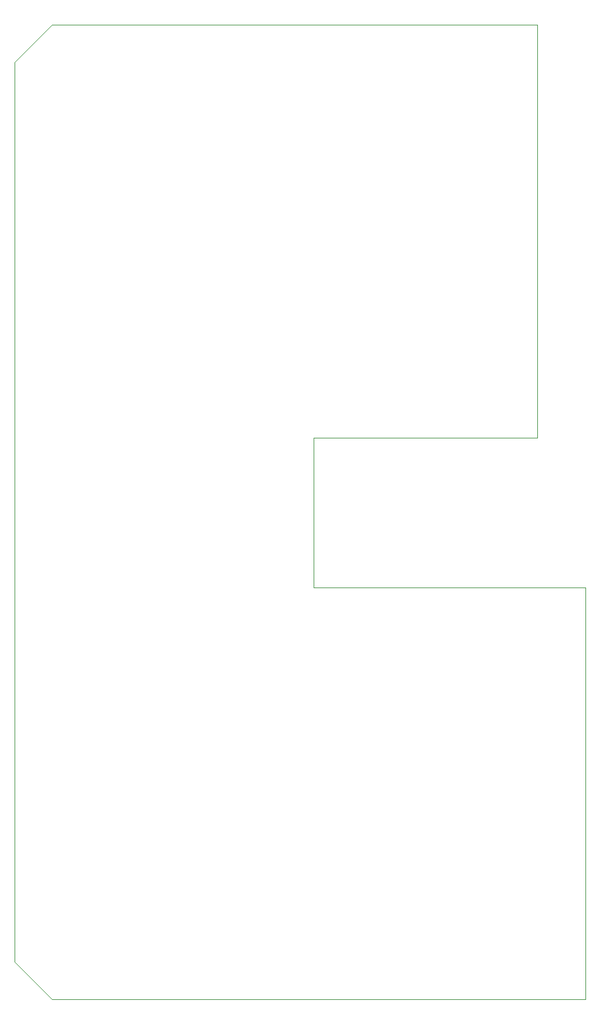
<source format=gbr>
%TF.GenerationSoftware,Altium Limited,Altium Designer,23.0.1 (38)*%
G04 Layer_Color=0*
%FSLAX45Y45*%
%MOMM*%
%TF.SameCoordinates,0946520A-43BC-435E-BA57-7B8340C501A0*%
%TF.FilePolarity,Positive*%
%TF.FileFunction,Profile,NP*%
%TF.Part,Single*%
G01*
G75*
%TA.AperFunction,Profile*%
%ADD63C,0.02540*%
D63*
X500380Y0D02*
X0Y500380D01*
Y12506960D01*
X500380Y13007339D01*
Y13009880D01*
X6985000D01*
X6985000Y7500620D01*
X3997960D01*
Y5499100D01*
X7632700D01*
Y0D01*
X500380D01*
%TF.MD5,63a1e279bf83cab885c1c48856b20a43*%
M02*

</source>
